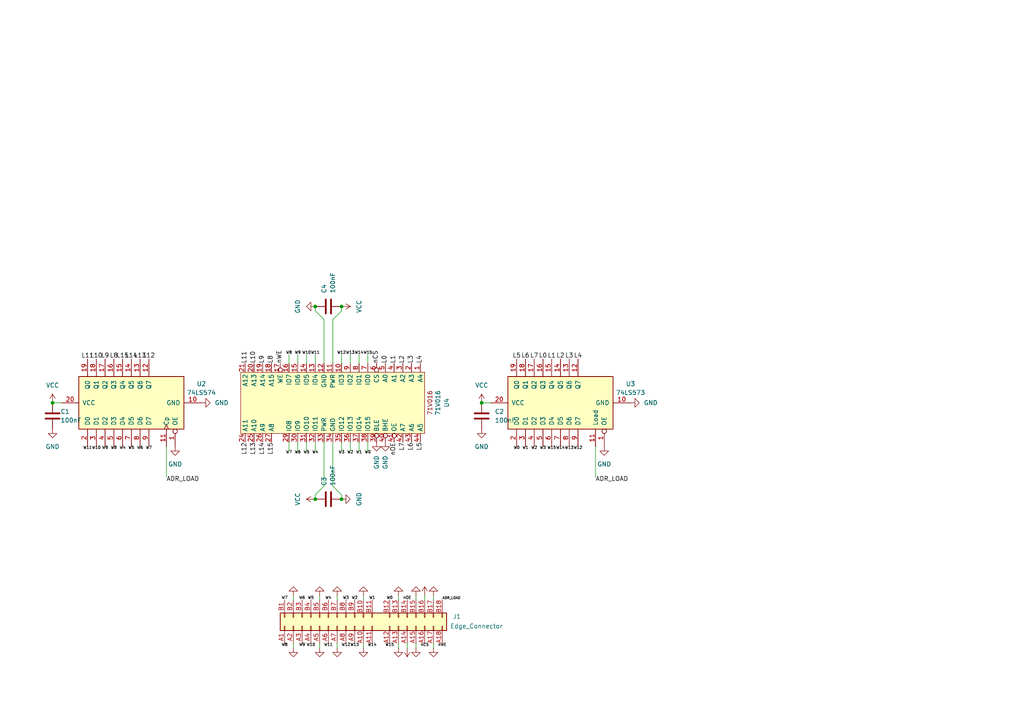
<source format=kicad_sch>
(kicad_sch (version 20231120) (generator "eeschema") (generator_version "8.0")
  (paper "A4")
  (lib_symbols
    (symbol "74xx:74LS573" (pin_names (offset 1.016))
      (property "Reference" "U" (at -7.62 16.51 0))
      (property "Value" "74LS573" (at -7.62 -16.51 0))
      (symbol "74LS573_1_0"
        (pin input inverted (at -12.7 -12.7 0) (length 5.08) (name "OE") (number "1"))
        (pin power_in line (at 0 -20.32 90) (length 5.08) (name "GND") (number "10"))
        (pin input line (at -12.7 -10.16 0) (length 5.08) (name "Load") (number "11"))
        (pin tri_state line (at 12.7 -5.08 180) (length 5.08) (name "Q7") (number "12"))
        (pin tri_state line (at 12.7 -2.54 180) (length 5.08) (name "Q6") (number "13"))
        (pin tri_state line (at 12.7 0 180) (length 5.08) (name "Q5") (number "14"))
        (pin tri_state line (at 12.7 2.54 180) (length 5.08) (name "Q4") (number "15"))
        (pin tri_state line (at 12.7 5.08 180) (length 5.08) (name "Q3") (number "16"))
        (pin tri_state line (at 12.7 7.62 180) (length 5.08) (name "Q2") (number "17"))
        (pin tri_state line (at 12.7 10.16 180) (length 5.08) (name "Q1") (number "18"))
        (pin tri_state line (at 12.7 12.7 180) (length 5.08) (name "Q0") (number "19"))
        (pin input line (at -12.7 12.7 0) (length 5.08) (name "D0") (number "2"))
        (pin power_in line (at 0 20.32 270) (length 5.08) (name "VCC") (number "20"))
        (pin input line (at -12.7 10.16 0) (length 5.08) (name "D1") (number "3"))
        (pin input line (at -12.7 7.62 0) (length 5.08) (name "D2") (number "4"))
        (pin input line (at -12.7 5.08 0) (length 5.08) (name "D3") (number "5"))
        (pin input line (at -12.7 2.54 0) (length 5.08) (name "D4") (number "6"))
        (pin input line (at -12.7 0 0) (length 5.08) (name "D5") (number "7"))
        (pin input line (at -12.7 -2.54 0) (length 5.08) (name "D6") (number "8"))
        (pin input line (at -12.7 -5.08 0) (length 5.08) (name "D7") (number "9"))
      )
      (symbol "74LS573_1_1"
        (rectangle (start -7.62 15.24) (end 7.62 -15.24) (stroke (width 0.254)) (fill (type background)))
      )
    )
    (symbol "74xx:74LS574" (pin_names (offset 1.016))
      (property "Reference" "U" (at -7.62 16.51 0))
      (property "Value" "74LS574" (at -7.62 -16.51 0))
      (symbol "74LS574_1_0"
        (pin input inverted (at -12.7 -12.7 0) (length 5.08) (name "OE") (number "1"))
        (pin power_in line (at 0 -20.32 90) (length 5.08) (name "GND") (number "10"))
        (pin input clock (at -12.7 -10.16 0) (length 5.08) (name "Cp") (number "11"))
        (pin tri_state line (at 12.7 -5.08 180) (length 5.08) (name "Q7") (number "12"))
        (pin tri_state line (at 12.7 -2.54 180) (length 5.08) (name "Q6") (number "13"))
        (pin tri_state line (at 12.7 0 180) (length 5.08) (name "Q5") (number "14"))
        (pin tri_state line (at 12.7 2.54 180) (length 5.08) (name "Q4") (number "15"))
        (pin tri_state line (at 12.7 5.08 180) (length 5.08) (name "Q3") (number "16"))
        (pin tri_state line (at 12.7 7.62 180) (length 5.08) (name "Q2") (number "17"))
        (pin tri_state line (at 12.7 10.16 180) (length 5.08) (name "Q1") (number "18"))
        (pin tri_state line (at 12.7 12.7 180) (length 5.08) (name "Q0") (number "19"))
        (pin input line (at -12.7 12.7 0) (length 5.08) (name "D0") (number "2"))
        (pin power_in line (at 0 20.32 270) (length 5.08) (name "VCC") (number "20"))
        (pin input line (at -12.7 10.16 0) (length 5.08) (name "D1") (number "3"))
        (pin input line (at -12.7 7.62 0) (length 5.08) (name "D2") (number "4"))
        (pin input line (at -12.7 5.08 0) (length 5.08) (name "D3") (number "5"))
        (pin input line (at -12.7 2.54 0) (length 5.08) (name "D4") (number "6"))
        (pin input line (at -12.7 0 0) (length 5.08) (name "D5") (number "7"))
        (pin input line (at -12.7 -2.54 0) (length 5.08) (name "D6") (number "8"))
        (pin input line (at -12.7 -5.08 0) (length 5.08) (name "D7") (number "9"))
      )
      (symbol "74LS574_1_1"
        (rectangle (start -7.62 15.24) (end 7.62 -15.24) (stroke (width 0.254)) (fill (type background)))
      )
    )
    (symbol "Connector_Generic:Conn_02x16_Counter_Clockwise" (pin_names (offset 1.016) hide)
      (property "Reference" "J1" (at -0.254 -30.988 90))
      (property "Value" "Edge_Connector" (at 2.54 -30.226 90))
      (symbol "Conn_02x16_Counter_Clockwise_1_1"
        (rectangle (start -1.29 -25.5001) (end -0.02 -25.2461) (stroke (width 0.1524)))
        (rectangle (start -1.27 19.05) (end 3.81 -29.21) (stroke (width 0.254)) (fill (type background)))
        (rectangle (start -1.2676 -28.0658) (end 0.0024 -27.8118) (stroke (width 0.1524)))
        (rectangle (start 0 -22.987) (end -1.27 -22.733) (stroke (width 0.1524)))
        (rectangle (start 0 -20.447) (end -1.27 -20.193) (stroke (width 0.1524)))
        (rectangle (start 0 -17.907) (end -1.27 -17.653) (stroke (width 0.1524)))
        (rectangle (start 0 -15.367) (end -1.27 -15.113) (stroke (width 0.1524)))
        (rectangle (start 0 -12.827) (end -1.27 -12.573) (stroke (width 0.1524)))
        (rectangle (start 0 -7.747) (end -1.27 -7.493) (stroke (width 0.1524)))
        (rectangle (start 0 -5.207) (end -1.27 -4.953) (stroke (width 0.1524)))
        (rectangle (start 0 -2.667) (end -1.27 -2.413) (stroke (width 0.1524)))
        (rectangle (start 0 -0.127) (end -1.27 0.127) (stroke (width 0.1524)))
        (rectangle (start 0 2.413) (end -1.27 2.667) (stroke (width 0.1524)))
        (rectangle (start 0 4.953) (end -1.27 5.207) (stroke (width 0.1524)))
        (rectangle (start 0 7.493) (end -1.27 7.747) (stroke (width 0.1524)))
        (rectangle (start 0 10.033) (end -1.27 10.287) (stroke (width 0.1524)))
        (rectangle (start 0 12.573) (end -1.27 12.827) (stroke (width 0.1524)))
        (rectangle (start 0 15.113) (end -1.27 15.367) (stroke (width 0.1524)))
        (rectangle (start 0 17.653) (end -1.27 17.907) (stroke (width 0.1524)))
        (rectangle (start 2.54 -22.987) (end 3.81 -22.733) (stroke (width 0.1524)))
        (rectangle (start 2.54 -20.447) (end 3.81 -20.193) (stroke (width 0.1524)))
        (rectangle (start 2.54 -17.907) (end 3.81 -17.653) (stroke (width 0.1524)))
        (rectangle (start 2.54 -15.367) (end 3.81 -15.113) (stroke (width 0.1524)))
        (rectangle (start 2.54 -12.827) (end 3.81 -12.573) (stroke (width 0.1524)))
        (rectangle (start 2.54 -7.747) (end 3.81 -7.493) (stroke (width 0.1524)))
        (rectangle (start 2.54 -5.207) (end 3.81 -4.953) (stroke (width 0.1524)))
        (rectangle (start 2.54 -2.667) (end 3.81 -2.413) (stroke (width 0.1524)))
        (rectangle (start 2.54 -0.127) (end 3.81 0.127) (stroke (width 0.1524)))
        (rectangle (start 2.54 2.413) (end 3.81 2.667) (stroke (width 0.1524)))
        (rectangle (start 2.54 4.953) (end 3.81 5.207) (stroke (width 0.1524)))
        (rectangle (start 2.54 7.493) (end 3.81 7.747) (stroke (width 0.1524)))
        (rectangle (start 2.54 10.033) (end 3.81 10.287) (stroke (width 0.1524)))
        (rectangle (start 2.54 12.573) (end 3.81 12.827) (stroke (width 0.1524)))
        (rectangle (start 2.54 15.113) (end 3.81 15.367) (stroke (width 0.1524)))
        (rectangle (start 2.54 17.653) (end 3.81 17.907) (stroke (width 0.1524)))
        (rectangle (start 2.5553 -28.0709) (end 3.8253 -27.8169) (stroke (width 0.1524)))
        (rectangle (start 2.5553 -25.5309) (end 3.8253 -25.2769) (stroke (width 0.1524)))
        (pin passive line (at 7.62 17.78 180) (length 3.81) (name "A1") (number "A1"))
        (pin passive line (at 7.62 -5.08 180) (length 3.81) (name "A10") (number "A10"))
        (pin passive line (at 7.62 -7.62 180) (length 3.81) (name "A11") (number "A11"))
        (pin passive line (at 7.62 -12.7 180) (length 3.81) (name "A12") (number "A12"))
        (pin passive line (at 7.62 -15.24 180) (length 3.81) (name "A13") (number "A13"))
        (pin passive line (at 7.62 -17.78 180) (length 3.81) (name "A14") (number "A14"))
        (pin passive line (at 7.62 -20.32 180) (length 3.81) (name "A15") (number "A15"))
        (pin passive line (at 7.62 -22.86 180) (length 3.81) (name "A16") (number "A16"))
        (pin passive line (at 7.62 -25.4 180) (length 3.81) (name "A17") (number "A17"))
        (pin passive line (at 7.62 -27.94 180) (length 3.81) (name "A18") (number "A18"))
        (pin passive line (at 7.62 15.24 180) (length 3.81) (name "A2") (number "A2"))
        (pin passive line (at 7.62 12.7 180) (length 3.81) (name "A3") (number "A3"))
        (pin passive line (at 7.62 10.16 180) (length 3.81) (name "A4") (number "A4"))
        (pin passive line (at 7.62 7.62 180) (length 3.81) (name "A5") (number "A5"))
        (pin passive line (at 7.62 5.08 180) (length 3.81) (name "A6") (number "A6"))
        (pin passive line (at 7.62 2.54 180) (length 3.81) (name "A7") (number "A7"))
        (pin passive line (at 7.62 0 180) (length 3.81) (name "A8") (number "A8"))
        (pin passive line (at 7.62 -2.54 180) (length 3.81) (name "A9") (number "A9"))
        (pin passive line (at -5.08 17.78 0) (length 3.81) (name "B2") (number "B1"))
        (pin passive line (at -5.08 -5.08 0) (length 3.81) (name "B10") (number "B10"))
        (pin passive line (at -5.08 -7.62 0) (length 3.81) (name "B11") (number "B11"))
        (pin passive line (at -5.08 -12.7 0) (length 3.81) (name "B12") (number "B12"))
        (pin passive line (at -5.08 -15.24 0) (length 3.81) (name "B13") (number "B13"))
        (pin passive line (at -5.08 -17.78 0) (length 3.81) (name "B14") (number "B14"))
        (pin passive line (at -5.08 -20.32 0) (length 3.81) (name "B15") (number "B15"))
        (pin passive line (at -5.08 -22.86 0) (length 3.81) (name "B16") (number "B16"))
        (pin passive line (at -5.08 -25.4 0) (length 3.81) (name "B17") (number "B17"))
        (pin passive line (at -5.08 -27.94 0) (length 3.81) (name "B18") (number "B18"))
        (pin passive line (at -5.08 15.24 0) (length 3.81) (name "B2") (number "B2"))
        (pin passive line (at -5.08 12.7 0) (length 3.81) (name "B3") (number "B3"))
        (pin passive line (at -5.08 10.16 0) (length 3.81) (name "B4") (number "B4"))
        (pin passive line (at -5.08 7.62 0) (length 3.81) (name "B5") (number "B5"))
        (pin passive line (at -5.08 5.08 0) (length 3.81) (name "B6") (number "B6"))
        (pin passive line (at -5.08 2.54 0) (length 3.81) (name "B7") (number "B7"))
        (pin passive line (at -5.08 0 0) (length 3.81) (name "B8") (number "B8"))
        (pin passive line (at -5.08 -2.54 0) (length 3.81) (name "B9") (number "B9"))
      )
    )
    (symbol "Device:C" (pin_numbers hide) (pin_names (offset 0.254))
      (property "Reference" "C" (at 0.635 2.54 0))
      (property "Value" "C" (at 0.635 -2.54 0))
      (symbol "C_0_1"
        (polyline (pts (xy -2.032 -0.762) (xy 2.032 -0.762)) (stroke (width 0.508)))
        (polyline (pts (xy -2.032 0.762) (xy 2.032 0.762)) (stroke (width 0.508)))
      )
      (symbol "C_1_1"
        (pin passive line (at 0 3.81 270) (length 2.794) (name "~") (number "1"))
        (pin passive line (at 0 -3.81 90) (length 2.794) (name "~") (number "2"))
      )
    )
    (symbol "power:GND" (power) (pin_numbers hide) (pin_names (offset 0) hide)
      (property "Value" "GND" (at 0 -3.81 0))
      (symbol "GND_0_1"
        (polyline (pts (xy 0 0) (xy 0 -1.27) (xy 1.27 -1.27) (xy 0 -2.54) (xy -1.27 -1.27) (xy 0 -1.27)))
      )
      (symbol "GND_1_1"
        (pin power_in line (at 0 0 270) (length 0) (name "~") (number "1"))
      )
    )
    (symbol "power:VCC" (power) (pin_numbers hide) (pin_names (offset 0) hide)
      (property "Value" "VCC" (at 0 3.556 0))
      (symbol "VCC_0_1"
        (polyline (pts (xy -0.762 1.27) (xy 0 2.54)))
        (polyline (pts (xy 0 0) (xy 0 2.54)))
        (polyline (pts (xy 0 2.54) (xy 0.762 1.27)))
      )
      (symbol "VCC_1_1"
        (pin power_in line (at 0 0 90) (length 0) (name "~") (number "1"))
      )
    )
    (symbol "ram-module:71V016"
      (property "Reference" "U?" (at 0 30.988 0))
      (symbol "71V016_1_1"
        (rectangle (start -8.89 26.67) (end 8.89 -26.67) (fill (type background)))
        (text "71V016" (at 0 28.194 0) (effects (font (size 1.27 1.27))))
        (pin input line (at -11.43 25.4 0) (length 2.54) (name "A4") (number "1"))
        (pin bidirectional line (at -11.43 2.54 0) (length 2.54) (name "IO3") (number "10"))
        (pin power_in line (at -11.43 0 0) (length 2.54) (name "PWR") (number "11"))
        (pin power_in line (at -11.43 -2.54 0) (length 2.54) (name "GND") (number "12"))
        (pin bidirectional line (at -11.43 -5.08 0) (length 2.54) (name "IO4") (number "13"))
        (pin bidirectional line (at -11.43 -7.62 0) (length 2.54) (name "IO5") (number "14"))
        (pin bidirectional line (at -11.43 -10.16 0) (length 2.54) (name "IO6") (number "15"))
        (pin bidirectional line (at -11.43 -12.7 0) (length 2.54) (name "IO7") (number "16"))
        (pin input inverted (at -11.43 -15.24 0) (length 2.54) (name "WE") (number "17"))
        (pin input line (at -11.43 -17.78 0) (length 2.54) (name "A15") (number "18"))
        (pin input line (at -11.43 -20.32 0) (length 2.54) (name "A14") (number "19"))
        (pin input line (at -11.43 22.86 0) (length 2.54) (name "A3") (number "2"))
        (pin input line (at -11.43 -22.86 0) (length 2.54) (name "A13") (number "20"))
        (pin input line (at -11.43 -25.4 0) (length 2.54) (name "A12") (number "21"))
        (pin input line (at 11.43 -25.4 180) (length 2.54) (name "A11") (number "24"))
        (pin input line (at 11.43 -22.86 180) (length 2.54) (name "A10") (number "25"))
        (pin input line (at 11.43 -20.32 180) (length 2.54) (name "A9") (number "26"))
        (pin input line (at 11.43 -17.78 180) (length 2.54) (name "A8") (number "27"))
        (pin bidirectional line (at 11.43 -12.7 180) (length 2.54) (name "IO8") (number "29"))
        (pin input line (at -11.43 20.32 0) (length 2.54) (name "A2") (number "3"))
        (pin bidirectional line (at 11.43 -10.16 180) (length 2.54) (name "IO9") (number "30"))
        (pin bidirectional line (at 11.43 -7.62 180) (length 2.54) (name "IO10") (number "31"))
        (pin bidirectional line (at 11.43 -5.08 180) (length 2.54) (name "IO11") (number "32"))
        (pin power_out line (at 11.43 -2.54 180) (length 2.54) (name "PWR") (number "33"))
        (pin power_out line (at 11.43 0 180) (length 2.54) (name "GND") (number "34"))
        (pin bidirectional line (at 11.43 2.54 180) (length 2.54) (name "IO12") (number "35"))
        (pin bidirectional line (at 11.43 5.08 180) (length 2.54) (name "IO13") (number "36"))
        (pin bidirectional line (at 11.43 7.62 180) (length 2.54) (name "IO14") (number "37"))
        (pin bidirectional line (at 11.43 10.16 180) (length 2.54) (name "IO15") (number "38"))
        (pin input inverted (at 11.43 12.7 180) (length 2.54) (name "BLE") (number "39"))
        (pin input line (at -11.43 17.78 0) (length 2.54) (name "A1") (number "4"))
        (pin input inverted (at 11.43 15.24 180) (length 2.54) (name "BHE") (number "40"))
        (pin input inverted (at 11.43 17.78 180) (length 2.54) (name "OE") (number "41"))
        (pin input line (at 11.43 20.32 180) (length 2.54) (name "A7") (number "42"))
        (pin input line (at 11.43 22.86 180) (length 2.54) (name "A6") (number "43"))
        (pin input line (at 11.43 25.4 180) (length 2.54) (name "A5") (number "44"))
        (pin input line (at -11.43 15.24 0) (length 2.54) (name "A0") (number "5"))
        (pin input inverted (at -11.43 12.7 0) (length 2.54) (name "CS") (number "6"))
        (pin bidirectional line (at -11.43 10.16 0) (length 2.54) (name "IO0") (number "7"))
        (pin bidirectional line (at -11.43 7.62 0) (length 2.54) (name "IO1") (number "8"))
        (pin bidirectional line (at -11.43 5.08 0) (length 2.54) (name "IO2") (number "9"))
      )
    )
  )
  (junction (at 91.44 88.9))
  (junction (at 139.7 116.84))
  (junction (at 91.44 144.78))
  (junction (at 15.24 116.84))
  (junction (at 99.06 144.78))
  (junction (at 99.06 88.9))
  (wire (pts (xy 101.6 130.81) (xy 101.6 128.27)))
  (wire (pts (xy 91.44 143.51) (xy 93.98 140.97)))
  (wire (pts (xy 91.44 88.9) (xy 91.44 90.17)))
  (wire (pts (xy 172.72 129.54) (xy 172.72 138.43)))
  (wire (pts (xy 125.73 187.96) (xy 125.73 186.69)))
  (wire (pts (xy 91.44 144.78) (xy 91.44 143.51)))
  (wire (pts (xy 83.82 130.81) (xy 83.82 128.27)))
  (wire (pts (xy 96.52 92.71) (xy 96.52 105.41)))
  (wire (pts (xy 92.71 172.72) (xy 92.71 173.99)))
  (wire (pts (xy 106.68 105.41) (xy 106.68 102.87)))
  (wire (pts (xy 99.06 90.17) (xy 96.52 92.71)))
  (wire (pts (xy 99.06 144.78) (xy 99.06 143.51)))
  (wire (pts (xy 85.09 172.72) (xy 85.09 173.99)))
  (wire (pts (xy 97.79 187.96) (xy 97.79 186.69)))
  (wire (pts (xy 48.26 129.54) (xy 48.26 138.43)))
  (wire (pts (xy 99.06 105.41) (xy 99.06 102.87)))
  (wire (pts (xy 99.06 143.51) (xy 96.52 140.97)))
  (wire (pts (xy 92.71 187.96) (xy 92.71 186.69)))
  (wire (pts (xy 115.57 187.96) (xy 115.57 186.69)))
  (wire (pts (xy 104.14 105.41) (xy 104.14 102.87)))
  (wire (pts (xy 105.41 172.72) (xy 105.41 173.99)))
  (wire (pts (xy 96.52 140.97) (xy 96.52 128.27)))
  (wire (pts (xy 83.82 105.41) (xy 83.82 102.87)))
  (wire (pts (xy 139.7 116.84) (xy 142.24 116.84)))
  (wire (pts (xy 104.14 130.81) (xy 104.14 128.27)))
  (wire (pts (xy 91.44 130.81) (xy 91.44 128.27)))
  (wire (pts (xy 91.44 90.17) (xy 93.98 92.71)))
  (wire (pts (xy 106.68 130.81) (xy 106.68 128.27)))
  (wire (pts (xy 85.09 187.96) (xy 85.09 186.69)))
  (wire (pts (xy 93.98 92.71) (xy 93.98 105.41)))
  (wire (pts (xy 115.57 172.72) (xy 115.57 173.99)))
  (wire (pts (xy 120.65 172.72) (xy 120.65 173.99)))
  (wire (pts (xy 88.9 130.81) (xy 88.9 128.27)))
  (wire (pts (xy 105.41 187.96) (xy 105.41 186.69)))
  (wire (pts (xy 15.24 116.84) (xy 17.78 116.84)))
  (wire (pts (xy 88.9 105.41) (xy 88.9 102.87)))
  (wire (pts (xy 99.06 88.9) (xy 99.06 90.17)))
  (wire (pts (xy 93.98 140.97) (xy 93.98 128.27)))
  (wire (pts (xy 99.06 130.81) (xy 99.06 128.27)))
  (wire (pts (xy 86.36 130.81) (xy 86.36 128.27)))
  (wire (pts (xy 120.65 187.96) (xy 120.65 186.69)))
  (wire (pts (xy 125.73 172.72) (xy 125.73 173.99)))
  (wire (pts (xy 91.44 105.41) (xy 91.44 102.87)))
  (wire (pts (xy 118.11 186.69) (xy 118.11 187.96)))
  (wire (pts (xy 123.19 172.72) (xy 123.19 173.99)))
  (wire (pts (xy 97.79 172.72) (xy 97.79 173.99)))
  (wire (pts (xy 101.6 105.41) (xy 101.6 102.87)))
  (wire (pts (xy 86.36 105.41) (xy 86.36 102.87)))
  (label "W6" (at 86.36 130.81 0) (effects (font (size 0.8 0.8))))
  (label "L1" (at 160.02 104.14 0))
  (label "W14" (at 107.95 186.69 0) (effects (font (size 0.8 0.8))))
  (label "W10" (at 27.94 129.54 0) (effects (font (size 0.8 0.8))))
  (label "W6" (at 87.63 173.99 0) (effects (font (size 0.8 0.8))))
  (label "W0" (at 113.03 173.99 0) (effects (font (size 0.8 0.8))))
  (label "W0" (at 149.86 129.54 0) (effects (font (size 0.8 0.8))))
  (label "W12" (at 167.64 129.54 0) (effects (font (size 0.8 0.8))))
  (label "L2" (at 116.84 105.41 90))
  (label "W9" (at 30.48 129.54 0) (effects (font (size 0.8 0.8))))
  (label "W1" (at 104.14 130.81 0) (effects (font (size 0.8 0.8))))
  (label "L5" (at 149.86 104.14 0))
  (label "L0" (at 157.48 104.14 0))
  (label "W11" (at 91.44 102.87 0) (effects (font (size 0.8 0.8))))
  (label "ADR_LOAD" (at 48.26 138.43 0))
  (label "ADR_LOAD" (at 172.72 138.43 0))
  (label "W9" (at 87.63 186.69 0) (effects (font (size 0.8 0.8))))
  (label "W2" (at 101.6 130.81 0) (effects (font (size 0.8 0.8))))
  (label "W2" (at 154.94 129.54 0) (effects (font (size 0.8 0.8))))
  (label "W5" (at 38.1 129.54 0) (effects (font (size 0.8 0.8))))
  (label "W13" (at 102.87 186.69 0) (effects (font (size 0.8 0.8))))
  (label "W7" (at 82.55 173.99 0) (effects (font (size 0.8 0.8))))
  (label "W14" (at 162.56 129.54 0) (effects (font (size 0.8 0.8))))
  (label "W0" (at 106.68 130.81 0) (effects (font (size 0.8 0.8))))
  (label "L15" (at 78.74 128.27 270))
  (label "W3" (at 157.48 129.54 0) (effects (font (size 0.8 0.8))))
  (label "L4" (at 167.64 104.14 0))
  (label "L9" (at 30.48 104.14 0))
  (label "W3" (at 99.06 130.81 0) (effects (font (size 0.8 0.8))))
  (label "L2" (at 162.56 104.14 0))
  (label "L12" (at 43.18 104.14 0))
  (label "L14" (at 38.1 104.14 0))
  (label "W6" (at 40.64 129.54 0) (effects (font (size 0.8 0.8))))
  (label "W11" (at 25.4 129.54 0) (effects (font (size 0.8 0.8))))
  (label "W5" (at 90.17 173.99 0) (effects (font (size 0.8 0.8))))
  (label "W15" (at 160.02 129.54 0) (effects (font (size 0.8 0.8))))
  (label "L8" (at 33.02 104.14 0))
  (label "L0" (at 111.76 105.41 90))
  (label "L12" (at 71.12 128.27 270))
  (label "W10" (at 90.17 186.69 0) (effects (font (size 0.8 0.8))))
  (label "nWE" (at 128.27 186.69 0) (effects (font (size 0.8 0.8))))
  (label "L7" (at 154.94 104.14 0))
  (label "W4" (at 95.25 173.99 0) (effects (font (size 0.8 0.8))))
  (label "W7" (at 43.18 129.54 0) (effects (font (size 0.8 0.8))))
  (label "L7" (at 116.84 128.27 270))
  (label "W8" (at 83.82 102.87 0) (effects (font (size 0.8 0.8))))
  (label "L6" (at 152.4 104.14 0))
  (label "W12" (at 99.06 102.87 0) (effects (font (size 0.8 0.8))))
  (label "W5" (at 88.9 130.81 0) (effects (font (size 0.8 0.8))))
  (label "L8" (at 78.74 105.41 90))
  (label "L11" (at 25.4 104.14 0))
  (label "nOE" (at 114.3 128.27 270))
  (label "L11" (at 71.12 105.41 90))
  (label "L4" (at 121.92 105.41 90))
  (label "L13" (at 73.66 128.27 270))
  (label "nOE" (at 118.11 173.99 0) (effects (font (size 0.8 0.8))))
  (label "L10" (at 73.66 105.41 90))
  (label "L5" (at 121.92 128.27 270))
  (label "W3" (at 100.33 173.99 0) (effects (font (size 0.8 0.8))))
  (label "W15" (at 113.03 186.69 0) (effects (font (size 0.8 0.8))))
  (label "W13" (at 165.1 129.54 0) (effects (font (size 0.8 0.8))))
  (label "L6" (at 119.38 128.27 270))
  (label "L10" (at 27.94 104.14 0))
  (label "W12" (at 100.33 186.69 0) (effects (font (size 0.8 0.8))))
  (label "L15" (at 35.56 104.14 0))
  (label "nCS" (at 123.19 186.69 0) (effects (font (size 0.8 0.8))))
  (label "W1" (at 107.95 173.99 0) (effects (font (size 0.8 0.8))))
  (label "ADR_LOAD" (at 128.27 173.99 0) (effects (font (size 0.7 0.7))))
  (label "nCS" (at 109.22 105.41 90))
  (label "W1" (at 152.4 129.54 0) (effects (font (size 0.8 0.8))))
  (label "L9" (at 76.2 105.41 90))
  (label "W7" (at 83.82 130.81 0) (effects (font (size 0.8 0.8))))
  (label "W2" (at 102.87 173.99 0) (effects (font (size 0.8 0.8))))
  (label "L3" (at 165.1 104.14 0))
  (label "W11" (at 95.25 186.69 0) (effects (font (size 0.8 0.8))))
  (label "W14" (at 104.14 102.87 0) (effects (font (size 0.8 0.8))))
  (label "L3" (at 119.38 105.41 90))
  (label "W4" (at 35.56 129.54 0) (effects (font (size 0.8 0.8))))
  (label "W15" (at 106.68 102.87 0) (effects (font (size 0.8 0.8))))
  (label "L1" (at 114.3 105.41 90))
  (label "W4" (at 91.44 130.81 0) (effects (font (size 0.8 0.8))))
  (label "L14" (at 76.2 128.27 270))
  (label "W9" (at 86.36 102.87 0) (effects (font (size 0.8 0.8))))
  (label "L13" (at 40.64 104.14 0))
  (label "W13" (at 101.6 102.87 0) (effects (font (size 0.8 0.8))))
  (label "W8" (at 82.55 186.69 0) (effects (font (size 0.8 0.8))))
  (label "W10" (at 88.9 102.87 0) (effects (font (size 0.8 0.8))))
  (label "nWE" (at 81.28 105.41 90))
  (label "W8" (at 33.02 129.54 0) (effects (font (size 0.8 0.8))))
  (symbol (lib_id "power:GND") (at 120.65 187.96 0) (unit 1)
    (property "Reference" "#PWR026" (effects (hide yes)))
    (property "Value" "GND" (effects (hide yes)))
    (property "Description" "Power symbol creates a global label with name \"GND\" , ground" (effects (hide yes)))
  )
  (symbol (lib_id "power:GND") (at 97.79 187.96 0) (unit 1)
    (property "Reference" "#PWR024" (effects (hide yes)))
    (property "Value" "GND" (effects (hide yes)))
    (property "Description" "Power symbol creates a global label with name \"GND\" , ground" (effects (hide yes)))
  )
  (symbol (lib_id "power:VCC") (at 139.7 116.84 0) (unit 1)
    (property "Reference" "#PWR02" (effects (hide yes)))
    (property "Value" "VCC" (at 139.7 111.76 0))
    (property "Description" "Power symbol creates a global label with name \"VCC\"" (effects (hide yes)))
  )
  (symbol (lib_id "power:GND") (at 182.88 116.84 90) (unit 1)
    (property "Reference" "#PWR010" (effects (hide yes)))
    (property "Value" "GND" (at 186.69 116.8399 90) (effects (justify right)))
    (property "Description" "Power symbol creates a global label with name \"GND\" , ground" (effects (hide yes)))
  )
  (symbol (lib_id "power:VCC") (at 123.19 172.72 0) (unit 1)
    (property "Reference" "#PWR029" (effects (hide yes)))
    (property "Value" "VCC" (effects (hide yes)))
    (property "Description" "Power symbol creates a global label with name \"VCC\"" (effects (hide yes)))
  )
  (symbol (lib_id "power:GND") (at 92.71 172.72 180) (unit 1)
    (property "Reference" "#PWR019" (effects (hide yes)))
    (property "Value" "GND" (effects (hide yes)))
    (property "Description" "Power symbol creates a global label with name \"GND\" , ground" (effects (hide yes)))
  )
  (symbol (lib_id "power:GND") (at 109.22 128.27 0) (unit 1)
    (property "Reference" "#PWR028" (effects (hide yes)))
    (property "Value" "GND" (at 109.2201 132.08 90) (effects (justify right)))
    (property "Description" "Power symbol creates a global label with name \"GND\" , ground" (effects (hide yes)))
  )
  (symbol (lib_id "power:GND") (at 50.8 129.54 0) (unit 1)
    (property "Reference" "#PWR011" (effects (hide yes)))
    (property "Value" "GND" (at 50.8 134.62 0))
    (property "Description" "Power symbol creates a global label with name \"GND\" , ground" (effects (hide yes)))
  )
  (symbol (lib_id "power:VCC") (at 15.24 116.84 0) (unit 1)
    (property "Reference" "#PWR01" (effects (hide yes)))
    (property "Value" "VCC" (at 15.24 111.76 0))
    (property "Description" "Power symbol creates a global label with name \"VCC\"" (effects (hide yes)))
  )
  (symbol (lib_id "power:GND") (at 139.7 124.46 0) (unit 1)
    (property "Reference" "#PWR014" (effects (hide yes)))
    (property "Value" "GND" (at 139.7 129.54 0))
    (property "Description" "Power symbol creates a global label with name \"GND\" , ground" (effects (hide yes)))
  )
  (symbol (lib_id "Device:C") (at 139.7 120.65 0) (unit 1)
    (property "Reference" "C2" (at 143.51 119.3799 0) (effects (justify left)))
    (property "Value" "100nF" (at 143.51 121.9199 0) (effects (justify left)))
    (property "Footprint" "Capacitor_SMD:C_0603_1608Metric" (effects (hide yes)))
    (property "Description" "Unpolarized capacitor" (effects (hide yes)))
  )
  (symbol (lib_id "power:GND") (at 85.09 187.96 0) (unit 1)
    (property "Reference" "#PWR022" (effects (hide yes)))
    (property "Value" "GND" (effects (hide yes)))
    (property "Description" "Power symbol creates a global label with name \"GND\" , ground" (effects (hide yes)))
  )
  (symbol (lib_id "power:GND") (at 125.73 172.72 180) (unit 1)
    (property "Reference" "#PWR015" (effects (hide yes)))
    (property "Value" "GND" (effects (hide yes)))
    (property "Description" "Power symbol creates a global label with name \"GND\" , ground" (effects (hide yes)))
  )
  (symbol (lib_id "power:GND") (at 15.24 124.46 0) (unit 1)
    (property "Reference" "#PWR013" (effects (hide yes)))
    (property "Value" "GND" (at 15.24 129.54 0))
    (property "Description" "Power symbol creates a global label with name \"GND\" , ground" (effects (hide yes)))
  )
  (symbol (lib_id "power:GND") (at 105.41 187.96 0) (unit 1)
    (property "Reference" "#PWR025" (effects (hide yes)))
    (property "Value" "GND" (effects (hide yes)))
    (property "Description" "Power symbol creates a global label with name \"GND\" , ground" (effects (hide yes)))
  )
  (symbol (lib_id "power:GND") (at 99.06 144.78 90) (unit 1)
    (property "Reference" "#PWR05" (effects (hide yes)))
    (property "Value" "GND" (at 104.14 144.78 0))
    (property "Description" "Power symbol creates a global label with name \"GND\" , ground" (effects (hide yes)))
  )
  (symbol (lib_id "power:VCC") (at 118.11 187.96 180) (unit 1)
    (property "Reference" "#PWR030" (effects (hide yes)))
    (property "Value" "VCC" (effects (hide yes)))
    (property "Description" "Power symbol creates a global label with name \"VCC\"" (effects (hide yes)))
  )
  (symbol (lib_id "ram-module:71V016") (at 96.52 116.84 270) (unit 1)
    (property "Reference" "U4" (at 129.54 116.84 0))
    (property "Value" "71V016" (at 127 116.84 0))
    (property "Footprint" "Package_SO:TSOP-II-44_10.16x18.41mm_P0.8mm" (effects (hide yes)))
  )
  (symbol (lib_id "power:GND") (at 111.76 128.27 0) (unit 1)
    (property "Reference" "#PWR018" (effects (hide yes)))
    (property "Value" "GND" (at 111.7601 132.08 90) (effects (justify right)))
    (property "Description" "Power symbol creates a global label with name \"GND\" , ground" (effects (hide yes)))
  )
  (symbol (lib_id "Device:C") (at 95.25 88.9 90) (mirror x) (unit 1)
    (property "Reference" "C4" (at 93.9799 85.09 0) (effects (justify right)))
    (property "Value" "100nF" (at 96.5199 85.09 0) (effects (justify right)))
    (property "Footprint" "Capacitor_SMD:C_0603_1608Metric" (effects (hide yes)))
    (property "Description" "Unpolarized capacitor" (effects (hide yes)))
  )
  (symbol (lib_id "power:GND") (at 58.42 116.84 90) (unit 1)
    (property "Reference" "#PWR09" (effects (hide yes)))
    (property "Value" "GND" (at 62.23 116.8399 90) (effects (justify right)))
    (property "Description" "Power symbol creates a global label with name \"GND\" , ground" (effects (hide yes)))
  )
  (symbol (lib_id "power:GND") (at 125.73 187.96 0) (unit 1)
    (property "Reference" "#PWR016" (effects (hide yes)))
    (property "Value" "GND" (effects (hide yes)))
    (property "Description" "Power symbol creates a global label with name \"GND\" , ground" (effects (hide yes)))
  )
  (symbol (lib_id "power:GND") (at 91.44 88.9 270) (mirror x) (unit 1)
    (property "Reference" "#PWR04" (effects (hide yes)))
    (property "Value" "GND" (at 86.36 88.9 0))
    (property "Description" "Power symbol creates a global label with name \"GND\" , ground" (effects (hide yes)))
  )
  (symbol (lib_id "power:VCC") (at 99.06 88.9 270) (mirror x) (unit 1)
    (property "Reference" "#PWR06" (effects (hide yes)))
    (property "Value" "VCC" (at 104.14 88.9 0))
    (property "Description" "Power symbol creates a global label with name \"VCC\"" (effects (hide yes)))
  )
  (symbol (lib_id "power:GND") (at 120.65 172.72 180) (unit 1)
    (property "Reference" "#PWR027" (effects (hide yes)))
    (property "Value" "GND" (effects (hide yes)))
    (property "Description" "Power symbol creates a global label with name \"GND\" , ground" (effects (hide yes)))
  )
  (symbol (lib_id "74xx:74LS574") (at 38.1 116.84 90) (unit 1)
    (property "Reference" "U2" (at 58.42 111.3438 90))
    (property "Value" "74LS574" (at 58.42 113.8838 90))
    (property "Footprint" "Package_SO:SOIC-20W_7.5x12.8mm_P1.27mm" (effects (hide yes)))
    (property "Datasheet" "http://www.ti.com/lit/gpn/sn74LS574" (effects (hide yes)))
    (property "Description" "8-bit Register, 3-state outputs" (effects (hide yes)))
  )
  (symbol (lib_id "power:VCC") (at 91.44 144.78 90) (unit 1)
    (property "Reference" "#PWR03" (effects (hide yes)))
    (property "Value" "VCC" (at 86.36 144.78 0))
    (property "Description" "Power symbol creates a global label with name \"VCC\"" (effects (hide yes)))
  )
  (symbol (lib_id "74xx:74LS573") (at 162.56 116.84 90) (unit 1)
    (property "Reference" "U3" (at 182.88 111.3438 90))
    (property "Value" "74LS573" (at 182.88 113.8838 90))
    (property "Footprint" "Package_SO:SOIC-20W_7.5x12.8mm_P1.27mm" (effects (hide yes)))
    (property "Datasheet" "74xx/74hc573.pdf" (effects (hide yes)))
    (property "Description" "8-bit Latch 3-state outputs" (effects (hide yes)))
  )
  (symbol (lib_id "power:GND") (at 175.26 129.54 0) (unit 1)
    (property "Reference" "#PWR012" (effects (hide yes)))
    (property "Value" "GND" (at 175.26 134.62 0))
    (property "Description" "Power symbol creates a global label with name \"GND\" , ground" (effects (hide yes)))
  )
  (symbol (lib_id "Connector_Generic:Conn_02x16_Counter_Clockwise") (at 100.33 179.07 90) (mirror x) (unit 1)
    (property "Reference" "J1" (at 131.318 178.816 90) (effects (justify right)))
    (property "Value" "Edge_Connector" (at 130.556 181.61 90) (effects (justify right)))
    (property "Footprint" "Connector_PCBEdge:BUS_PCIexpress_x1" (effects (hide yes)))
    (property "Description" "Generic connector, double row, 02x16, counter clockwise pin numbering scheme (similar to DIP package numbering), script generated (kicad-library-utils/schlib/autogen/connector/)" (effects (hide yes)))
  )
  (symbol (lib_id "power:GND") (at 97.79 172.72 180) (unit 1)
    (property "Reference" "#PWR020" (effects (hide yes)))
    (property "Value" "GND" (effects (hide yes)))
    (property "Description" "Power symbol creates a global label with name \"GND\" , ground" (effects (hide yes)))
  )
  (symbol (lib_id "power:GND") (at 105.41 172.72 180) (unit 1)
    (property "Reference" "#PWR021" (effects (hide yes)))
    (property "Value" "GND" (effects (hide yes)))
    (property "Description" "Power symbol creates a global label with name \"GND\" , ground" (effects (hide yes)))
  )
  (symbol (lib_id "Device:C") (at 95.25 144.78 90) (unit 1)
    (property "Reference" "C3" (at 93.9799 140.97 0) (effects (justify left)))
    (property "Value" "100nF" (at 96.5199 140.97 0) (effects (justify left)))
    (property "Footprint" "Capacitor_SMD:C_0603_1608Metric" (effects (hide yes)))
    (property "Description" "Unpolarized capacitor" (effects (hide yes)))
  )
  (symbol (lib_id "Device:C") (at 15.24 120.65 0) (unit 1)
    (property "Reference" "C1" (at 17.526 119.38 0) (effects (justify left)))
    (property "Value" "100nF" (at 17.526 121.92 0) (effects (justify left)))
    (property "Footprint" "Capacitor_SMD:C_0603_1608Metric" (effects (hide yes)))
    (property "Description" "Unpolarized capacitor" (effects (hide yes)))
  )
  (symbol (lib_id "power:GND") (at 92.71 187.96 0) (unit 1)
    (property "Reference" "#PWR023" (effects (hide yes)))
    (property "Value" "GND" (effects (hide yes)))
    (property "Description" "Power symbol creates a global label with name \"GND\" , ground" (effects (hide yes)))
  )
  (symbol (lib_id "power:GND") (at 115.57 172.72 180) (unit 1)
    (property "Reference" "#PWR07" (effects (hide yes)))
    (property "Value" "GND" (effects (hide yes)))
    (property "Description" "Power symbol creates a global label with name \"GND\" , ground" (effects (hide yes)))
  )
  (symbol (lib_id "power:GND") (at 115.57 187.96 0) (unit 1)
    (property "Reference" "#PWR08" (effects (hide yes)))
    (property "Value" "GND" (effects (hide yes)))
    (property "Description" "Power symbol creates a global label with name \"GND\" , ground" (effects (hide yes)))
  )
  (symbol (lib_id "power:GND") (at 85.09 172.72 180) (unit 1)
    (property "Reference" "#PWR017" (effects (hide yes)))
    (property "Value" "GND" (effects (hide yes)))
    (property "Description" "Power symbol creates a global label with name \"GND\" , ground" (effects (hide yes)))
  )
)
</source>
